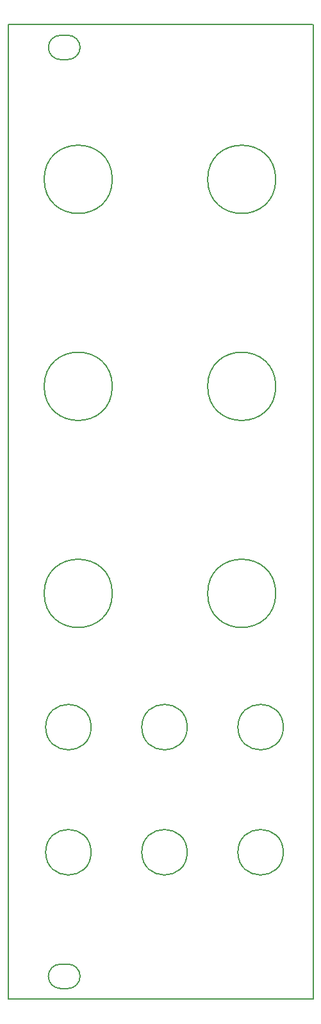
<source format=gm1>
G04 #@! TF.FileFunction,Profile,NP*
%FSLAX46Y46*%
G04 Gerber Fmt 4.6, Leading zero omitted, Abs format (unit mm)*
G04 Created by KiCad (PCBNEW 4.0.6) date Tuesday, December 12, 2017 'AMt' 02:45:06 AM*
%MOMM*%
%LPD*%
G01*
G04 APERTURE LIST*
%ADD10C,0.100000*%
%ADD11C,0.150000*%
G04 APERTURE END LIST*
D10*
D11*
X119850000Y-142140000D02*
G75*
G03X119850000Y-142140000I-3000000J0D01*
G01*
X107150000Y-142140000D02*
G75*
G03X107150000Y-142140000I-3000000J0D01*
G01*
X94450000Y-142140000D02*
G75*
G03X94450000Y-142140000I-3000000J0D01*
G01*
X119850000Y-125640000D02*
G75*
G03X119850000Y-125640000I-3000000J0D01*
G01*
X107150000Y-125640000D02*
G75*
G03X107150000Y-125640000I-3000000J0D01*
G01*
X94450000Y-125640000D02*
G75*
G03X94450000Y-125640000I-3000000J0D01*
G01*
X118850000Y-108000000D02*
G75*
G03X118850000Y-108000000I-4500000J0D01*
G01*
X97250000Y-108000000D02*
G75*
G03X97250000Y-108000000I-4500000J0D01*
G01*
X118850000Y-80700000D02*
G75*
G03X118850000Y-80700000I-4500000J0D01*
G01*
X97250000Y-80700000D02*
G75*
G03X97250000Y-80700000I-4500000J0D01*
G01*
X118850000Y-53400000D02*
G75*
G03X118850000Y-53400000I-4500000J0D01*
G01*
X97250000Y-53400000D02*
G75*
G03X97250000Y-53400000I-4500000J0D01*
G01*
X93000000Y-158500000D02*
G75*
G03X91400000Y-156900000I-1600000J0D01*
G01*
X90400000Y-156900000D02*
X91400000Y-156900000D01*
X90400000Y-156900000D02*
G75*
G03X88800000Y-158500000I0J-1600000D01*
G01*
X88800000Y-158500000D02*
G75*
G03X90400000Y-160100000I1600000J0D01*
G01*
X90400000Y-160100000D02*
X91400000Y-160100000D01*
X91400000Y-160100000D02*
G75*
G03X93000000Y-158500000I0J1600000D01*
G01*
X90400000Y-34400000D02*
G75*
G03X88800000Y-36000000I0J-1600000D01*
G01*
X91400000Y-37600000D02*
G75*
G03X93000000Y-36000000I0J1600000D01*
G01*
X93000000Y-36000000D02*
G75*
G03X91400000Y-34400000I-1600000J0D01*
G01*
X88800000Y-36000000D02*
G75*
G03X90400000Y-37600000I1600000J0D01*
G01*
X90400000Y-37600000D02*
X91400000Y-37600000D01*
X90400000Y-34400000D02*
X91400000Y-34400000D01*
X123700000Y-33000000D02*
X83500000Y-33000000D01*
X123800000Y-161500000D02*
X123800000Y-33000000D01*
X83500000Y-161500000D02*
X123800000Y-161500000D01*
X83500000Y-33000000D02*
X83500000Y-161500000D01*
M02*

</source>
